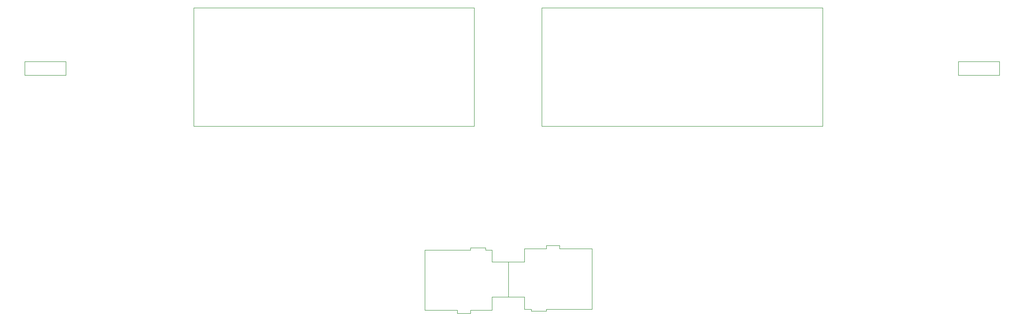
<source format=gbr>
%TF.GenerationSoftware,KiCad,Pcbnew,7.0.1-3b83917a11~172~ubuntu22.04.1*%
%TF.CreationDate,2023-03-31T12:58:08+02:00*%
%TF.ProjectId,Europe-ergo,4575726f-7065-42d6-9572-676f2e6b6963,rev?*%
%TF.SameCoordinates,Original*%
%TF.FileFunction,Other,User*%
%FSLAX46Y46*%
G04 Gerber Fmt 4.6, Leading zero omitted, Abs format (unit mm)*
G04 Created by KiCad (PCBNEW 7.0.1-3b83917a11~172~ubuntu22.04.1) date 2023-03-31 12:58:08*
%MOMM*%
%LPD*%
G01*
G04 APERTURE LIST*
%ADD10C,0.050000*%
%ADD11C,0.120000*%
G04 APERTURE END LIST*
D10*
%TO.C,J2*%
X316575000Y-97750000D02*
X316575000Y-98150000D01*
X316575000Y-98150000D02*
X319325000Y-98150000D01*
X319325000Y-98150000D02*
X319325000Y-97750000D01*
X319325000Y-97750000D02*
X327825000Y-97750000D01*
X327825000Y-97750000D02*
X327825000Y-86500000D01*
X327825000Y-86500000D02*
X321825000Y-86500000D01*
X321825000Y-86500000D02*
X321825000Y-85950000D01*
X321825000Y-85950000D02*
X319325000Y-85950000D01*
X319325000Y-85950000D02*
X319325000Y-86500000D01*
X319325000Y-86500000D02*
X315325000Y-86500000D01*
X315325000Y-86500000D02*
X315325000Y-89000000D01*
X315325000Y-89000000D02*
X312325000Y-89000000D01*
X312325000Y-89000000D02*
X312325000Y-95500000D01*
X312325000Y-95500000D02*
X315325000Y-95500000D01*
X315325000Y-95500000D02*
X315325000Y-97750000D01*
X315325000Y-97750000D02*
X316575000Y-97750000D01*
%TO.C,J1*%
X308070000Y-86730000D02*
X308070000Y-86330000D01*
X308070000Y-86330000D02*
X305320000Y-86330000D01*
X305320000Y-86330000D02*
X305320000Y-86730000D01*
X305320000Y-86730000D02*
X296820000Y-86730000D01*
X296820000Y-86730000D02*
X296820000Y-97980000D01*
X296820000Y-97980000D02*
X302820000Y-97980000D01*
X302820000Y-97980000D02*
X302820000Y-98530000D01*
X302820000Y-98530000D02*
X305320000Y-98530000D01*
X305320000Y-98530000D02*
X305320000Y-97980000D01*
X305320000Y-97980000D02*
X309320000Y-97980000D01*
X309320000Y-97980000D02*
X309320000Y-95480000D01*
X309320000Y-95480000D02*
X312320000Y-95480000D01*
X312320000Y-95480000D02*
X312320000Y-88980000D01*
X312320000Y-88980000D02*
X309320000Y-88980000D01*
X309320000Y-88980000D02*
X309320000Y-86730000D01*
X309320000Y-86730000D02*
X308070000Y-86730000D01*
%TO.C,SW16*%
X403360000Y-51730000D02*
X395740000Y-51730000D01*
X395740000Y-51730000D02*
X395740000Y-54270000D01*
X395740000Y-54270000D02*
X403360000Y-54270000D01*
X403360000Y-54270000D02*
X403360000Y-51730000D01*
D11*
%TO.C,U1*%
X254000000Y-63725000D02*
X306000000Y-63725000D01*
X306000000Y-63725000D02*
X306000000Y-41725000D01*
X254000000Y-41725000D02*
X254000000Y-63725000D01*
X306000000Y-41725000D02*
X254000000Y-41725000D01*
%TO.C,U2*%
X370550000Y-41725000D02*
X318550000Y-41725000D01*
X318550000Y-41725000D02*
X318550000Y-63725000D01*
X370550000Y-63725000D02*
X370550000Y-41725000D01*
X318550000Y-63725000D02*
X370550000Y-63725000D01*
D10*
%TO.C,SW15*%
X222650000Y-54270000D02*
X230270000Y-54270000D01*
X230270000Y-54270000D02*
X230270000Y-51730000D01*
X230270000Y-51730000D02*
X222650000Y-51730000D01*
X222650000Y-51730000D02*
X222650000Y-54270000D01*
%TD*%
M02*

</source>
